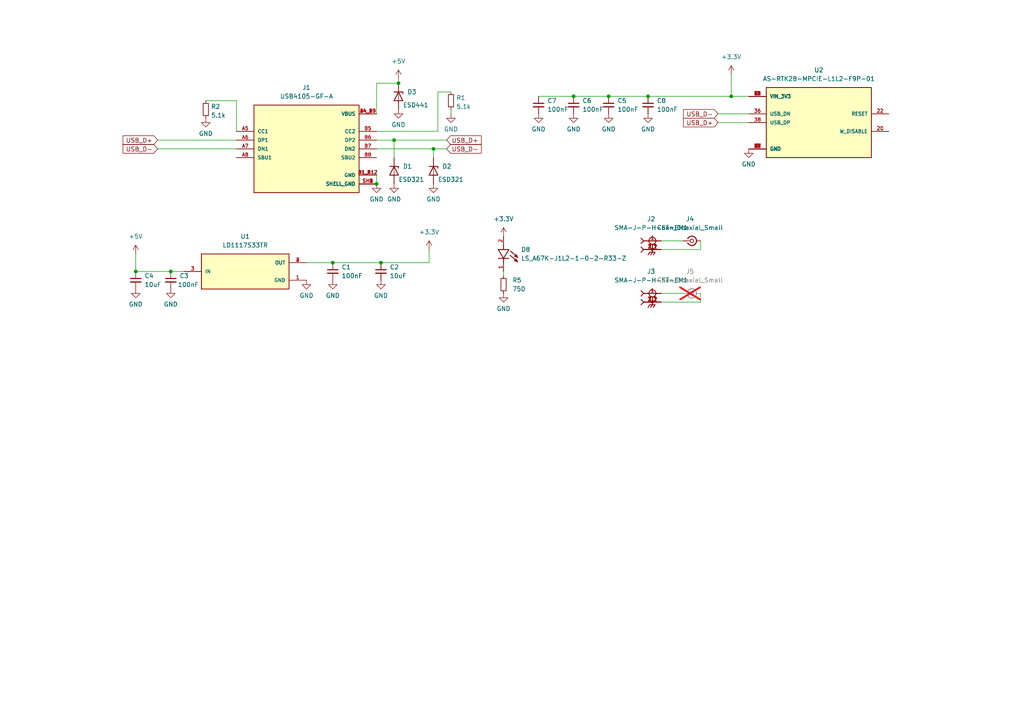
<source format=kicad_sch>
(kicad_sch (version 20250114) (generator "eeschema") (generator_version "9.0")
  (paper "A4")
  (lib_symbols
    (symbol "AS-RTK2B-MPCIE-L1L2-F9P-01:AS-RTK2B-MPCIE-L1L2-F9P-01" (pin_names (offset 1.016))
      (property "Reference" "U" (at -15.5044 10.9386 0))
      (property "Value" "AS-RTK2B-MPCIE-L1L2-F9P-01" (at -15.26 -12.7315 0))
      (symbol "AS-RTK2B-MPCIE-L1L2-F9P-01_0_0"
        (rectangle (start -15.24 -10.16) (end 15.24 10.16) (stroke (width 0.254)) (fill (type background)))
        (pin input line (at -20.32 2.54 0) (length 5.08) (name "RESET") (number "22"))
        (pin bidirectional line (at -20.32 -2.54 0) (length 5.08) (name "W_DISABLE") (number "20"))
        (pin power_in line (at 20.32 7.62 180) (length 5.08) (name "VIN_3V3") (number "2"))
        (pin power_in line (at 20.32 7.62 180) (length 5.08) (name "VIN_3V3") (number "24"))
        (pin power_in line (at 20.32 7.62 180) (length 5.08) (name "VIN_3V3") (number "39"))
        (pin power_in line (at 20.32 7.62 180) (length 5.08) (name "VIN_3V3") (number "41"))
        (pin power_in line (at 20.32 7.62 180) (length 5.08) (name "VIN_3V3") (number "52"))
        (pin bidirectional line (at 20.32 2.54 180) (length 5.08) (name "USB_DN") (number "36"))
        (pin bidirectional line (at 20.32 0 180) (length 5.08) (name "USB_DP") (number "38"))
        (pin power_in line (at 20.32 -7.62 180) (length 5.08) (name "GND") (number "15"))
        (pin power_in line (at 20.32 -7.62 180) (length 5.08) (name "GND") (number "21"))
        (pin power_in line (at 20.32 -7.62 180) (length 5.08) (name "GND") (number "27"))
        (pin power_in line (at 20.32 -7.62 180) (length 5.08) (name "GND") (number "29"))
        (pin power_in line (at 20.32 -7.62 180) (length 5.08) (name "GND") (number "35"))
        (pin power_in line (at 20.32 -7.62 180) (length 5.08) (name "GND") (number "37"))
        (pin power_in line (at 20.32 -7.62 180) (length 5.08) (name "GND") (number "43"))
        (pin power_in line (at 20.32 -7.62 180) (length 5.08) (name "GND") (number "9"))
      )
    )
    (symbol "Connector:Conn_Coaxial_Small" (pin_numbers (hide yes)) (pin_names (offset 1.016) (hide yes))
      (property "Reference" "J" (at 0.254 3.048 0))
      (property "Value" "Conn_Coaxial_Small" (at 0 -3.81 0))
      (symbol "Conn_Coaxial_Small_0_1"
        (polyline (pts (xy -2.54 0) (xy -0.508 0)))
        (circle (center 0 0) (radius 0.508) (stroke (width 0.2032)))
      )
      (symbol "Conn_Coaxial_Small_1_1"
        (arc (start 1.3484 0.0039) (mid 0.327 -1.308) (end -1.1916 -0.6311) (stroke (width 0.3048)))
        (arc (start -1.1916 0.6311) (mid 0.327 1.3081) (end 1.3484 -0.0039) (stroke (width 0.3048)))
        (pin passive line (at -2.54 0 0) (length 1.27) (name "In") (number "1"))
        (pin passive line (at 2.54 0 180) (length 1.27) (name "Ext") (number "2"))
      )
    )
    (symbol "Device:C_Small" (pin_numbers (hide yes)) (pin_names (offset 0.254) (hide yes))
      (property "Reference" "C" (at 0.254 1.778 0))
      (property "Value" "C_Small" (at 0.254 -2.032 0))
      (symbol "C_Small_0_1"
        (polyline (pts (xy -1.524 0.508) (xy 1.524 0.508)) (stroke (width 0.3048)))
        (polyline (pts (xy -1.524 -0.508) (xy 1.524 -0.508)) (stroke (width 0.3302)))
      )
      (symbol "C_Small_1_1"
        (pin passive line (at 0 2.54 270) (length 2.032) (name "~") (number "1"))
        (pin passive line (at 0 -2.54 90) (length 2.032) (name "~") (number "2"))
      )
    )
    (symbol "Device:R_Small" (pin_numbers (hide yes)) (pin_names (offset 0.254) (hide yes))
      (property "Reference" "R" (at 0.762 0.508 0))
      (property "Value" "R_Small" (at 0.762 -1.016 0))
      (symbol "R_Small_0_1"
        (rectangle (start -0.762 1.778) (end 0.762 -1.778) (stroke (width 0.2032)))
      )
      (symbol "R_Small_1_1"
        (pin passive line (at 0 2.54 270) (length 0.762) (name "~") (number "1"))
        (pin passive line (at 0 -2.54 90) (length 0.762) (name "~") (number "2"))
      )
    )
    (symbol "Diode:ESD5Zxx" (pin_numbers (hide yes)) (pin_names (hide yes))
      (property "Reference" "D" (at 0 2.54 0))
      (property "Value" "ESD5Zxx" (at 0 -2.54 0))
      (symbol "ESD5Zxx_0_1"
        (polyline (pts (xy -1.27 -1.27) (xy -1.27 1.27) (xy -0.762 1.27)) (stroke (width 0.254)))
        (polyline (pts (xy 1.27 0) (xy -1.27 0)))
        (polyline (pts (xy 1.27 -1.27) (xy 1.27 1.27) (xy -1.27 0) (xy 1.27 -1.27)) (stroke (width 0.254)))
      )
      (symbol "ESD5Zxx_1_1"
        (pin passive line (at -3.81 0 0) (length 2.54) (name "K") (number "1"))
        (pin passive line (at 3.81 0 180) (length 2.54) (name "A") (number "2"))
      )
    )
    (symbol "LD1117S33TR:LD1117S33TR" (pin_names (offset 1.016))
      (property "Reference" "U" (at -10.1695 7.6271 0))
      (property "Value" "LD1117S33TR" (at -12.7227 -7.6336 0))
      (symbol "LD1117S33TR_0_0"
        (rectangle (start -12.7 -5.08) (end 12.7 5.08) (stroke (width 0.254)) (fill (type background)))
        (pin input line (at -17.78 0 0) (length 5.08) (name "IN") (number "3"))
        (pin output line (at 17.78 2.54 180) (length 5.08) (name "OUT") (number "2"))
        (pin output line (at 17.78 2.54 180) (length 5.08) (name "OUT") (number "4"))
        (pin power_in line (at 17.78 -2.54 180) (length 5.08) (name "GND") (number "1"))
      )
    )
    (symbol "LS_A67K-J1L2-1-0-2-R33-Z:LS_A67K-J1L2-1-0-2-R33-Z" (pin_names (offset 1.016))
      (property "Reference" "D" (at -4.445 4.445 0))
      (property "Value" "LS_A67K-J1L2-1-0-2-R33-Z" (at -4.445 -3.81 0))
      (symbol "LS_A67K-J1L2-1-0-2-R33-Z_0_0"
        (polyline (pts (xy -2.54 0) (xy -1.27 0)) (stroke (width 0.254)))
        (polyline (pts (xy -1.27 1.524) (xy -1.27 0)) (stroke (width 0.254)))
        (polyline (pts (xy -1.27 0) (xy -1.27 -1.524)) (stroke (width 0.254)))
        (polyline (pts (xy -1.27 -1.524) (xy 1.27 0)) (stroke (width 0.254)))
        (polyline (pts (xy 0.127 3.683) (xy 0.6985 3.175) (xy 1.0795 4.191) (xy 0.127 3.683)) (stroke (width 0.1524)) (fill (type outline)))
        (polyline (pts (xy 0.9144 4.0386) (xy -0.8636 2.0066)) (stroke (width 0.254)))
        (polyline (pts (xy 1.27 1.524) (xy 1.27 0)) (stroke (width 0.254)))
        (polyline (pts (xy 1.27 0) (xy -1.27 1.524)) (stroke (width 0.254)))
        (polyline (pts (xy 1.27 0) (xy 1.27 -1.524)) (stroke (width 0.254)))
        (polyline (pts (xy 1.27 0) (xy 2.54 0)) (stroke (width 0.254)))
        (polyline (pts (xy 1.397 3.6195) (xy 1.9685 3.1115) (xy 2.3495 4.191) (xy 1.397 3.6195)) (stroke (width 0.1524)) (fill (type outline)))
        (polyline (pts (xy 2.159 3.937) (xy 0.381 1.905)) (stroke (width 0.254)))
        (pin passive line (at -5.08 0 0) (length 2.54) (name "~") (number "2"))
        (pin passive line (at 5.08 0 180) (length 2.54) (name "~") (number "1"))
      )
    )
    (symbol "SMA-J-P-H-ST-EM1:SMA-J-P-H-ST-EM1" (pin_names (offset 1.016))
      (property "Reference" "J" (at -3.81 4.064 0))
      (property "Value" "SMA-J-P-H-ST-EM1" (at -4.064 -4.318 0))
      (symbol "SMA-J-P-H-ST-EM1_0_0"
        (polyline (pts (xy -3.302 3.302) (xy -2.54 2.54)) (stroke (width 0.254)))
        (polyline (pts (xy -3.302 1.778) (xy -2.54 2.54)) (stroke (width 0.254)))
        (polyline (pts (xy -3.302 0.762) (xy -2.54 0)) (stroke (width 0.254)))
        (polyline (pts (xy -3.302 -0.762) (xy -2.54 0)) (stroke (width 0.254)))
        (polyline (pts (xy -2.54 2.54) (xy 2.54 2.54)) (stroke (width 0.254)))
        (polyline (pts (xy -2.54 0) (xy 0 0)) (stroke (width 0.254)))
        (polyline (pts (xy -1.016 1.524) (xy 0 1.524)) (stroke (width 0.254)))
        (polyline (pts (xy -0.762 -0.762) (xy -1.27 -1.524)) (stroke (width 0.254)))
        (circle (center 0 2.54) (radius 1.016) (stroke (width 0.254)))
        (polyline (pts (xy 0 1.524) (xy 0 0)) (stroke (width 0.254)))
        (polyline (pts (xy 0 1.524) (xy 1.016 1.524)) (stroke (width 0.254)))
        (polyline (pts (xy 0 0) (xy -2.286 0)) (stroke (width 0.254)))
        (polyline (pts (xy 0 0) (xy 0 -0.762)) (stroke (width 0.254)))
        (circle (center 0 0) (radius 0.254) (stroke (width 0.254)))
        (polyline (pts (xy 0 -0.762) (xy -0.762 -0.762)) (stroke (width 0.254)))
        (polyline (pts (xy 0 -0.762) (xy -0.508 -1.524)) (stroke (width 0.254)))
        (polyline (pts (xy 0 -0.762) (xy 0.762 -0.762)) (stroke (width 0.254)))
        (polyline (pts (xy 0.762 -0.762) (xy 0.254 -1.524)) (stroke (width 0.254)))
        (polyline (pts (xy 2.54 0) (xy 0 0)) (stroke (width 0.254)))
        (pin passive line (at 2.54 2.54 180) (length 5.08) (name "~") (number "1"))
        (pin passive line (at 2.54 0 180) (length 5.08) (name "~") (number "2_1"))
        (pin passive line (at 2.54 0 180) (length 5.08) (name "~") (number "2_2"))
        (pin passive line (at 2.54 0 180) (length 5.08) (name "~") (number "3_1"))
        (pin passive line (at 2.54 0 180) (length 5.08) (name "~") (number "3_2"))
      )
    )
    (symbol "USB4105-GF-A:USB4105-GF-A" (pin_names (offset 1.016))
      (property "Reference" "J" (at -15.24 13.97 0))
      (property "Value" "USB4105-GF-A" (at -15.24 -15.24 0))
      (symbol "USB4105-GF-A_0_0"
        (rectangle (start -15.24 -12.7) (end 15.24 12.7) (stroke (width 0.254)) (fill (type background)))
        (pin bidirectional line (at -20.32 5.08 0) (length 5.08) (name "CC1") (number "A5"))
        (pin bidirectional line (at -20.32 2.54 0) (length 5.08) (name "DP1") (number "A6"))
        (pin bidirectional line (at -20.32 0 0) (length 5.08) (name "DN1") (number "A7"))
        (pin bidirectional line (at -20.32 -2.54 0) (length 5.08) (name "SBU1") (number "A8"))
        (pin power_in line (at 20.32 10.16 180) (length 5.08) (name "VBUS") (number "A4_B9"))
        (pin power_in line (at 20.32 10.16 180) (length 5.08) (name "VBUS") (number "B4_A9"))
        (pin bidirectional line (at 20.32 5.08 180) (length 5.08) (name "CC2") (number "B5"))
        (pin bidirectional line (at 20.32 2.54 180) (length 5.08) (name "DP2") (number "B6"))
        (pin bidirectional line (at 20.32 0 180) (length 5.08) (name "DN2") (number "B7"))
        (pin bidirectional line (at 20.32 -2.54 180) (length 5.08) (name "SBU2") (number "B8"))
        (pin power_in line (at 20.32 -7.62 180) (length 5.08) (name "GND") (number "A1_B12"))
        (pin power_in line (at 20.32 -7.62 180) (length 5.08) (name "GND") (number "B1_A12"))
        (pin power_in line (at 20.32 -10.16 180) (length 5.08) (name "SHELL_GND") (number "SH1"))
        (pin power_in line (at 20.32 -10.16 180) (length 5.08) (name "SHELL_GND") (number "SH2"))
        (pin power_in line (at 20.32 -10.16 180) (length 5.08) (name "SHELL_GND") (number "SH3"))
        (pin power_in line (at 20.32 -10.16 180) (length 5.08) (name "SHELL_GND") (number "SH4"))
      )
    )
    (symbol "power:+3.3V" (power) (pin_names (offset 0))
      (property "Value" "+3.3V" (at 0 3.556 0))
      (symbol "+3.3V_0_1"
        (polyline (pts (xy -0.762 1.27) (xy 0 2.54)))
        (polyline (pts (xy 0 2.54) (xy 0.762 1.27)))
        (polyline (pts (xy 0 0) (xy 0 2.54)))
      )
      (symbol "+3.3V_1_1"
        (pin power_in line (at 0 0 90) (length 0) (hide yes) (name "+3.3V") (number "1"))
      )
    )
    (symbol "power:+5V" (power) (pin_names (offset 0))
      (property "Value" "+5V" (at 0 3.556 0))
      (symbol "+5V_0_1"
        (polyline (pts (xy -0.762 1.27) (xy 0 2.54)))
        (polyline (pts (xy 0 2.54) (xy 0.762 1.27)))
        (polyline (pts (xy 0 0) (xy 0 2.54)))
      )
      (symbol "+5V_1_1"
        (pin power_in line (at 0 0 90) (length 0) (hide yes) (name "+5V") (number "1"))
      )
    )
    (symbol "power:GND" (power) (pin_names (offset 0))
      (property "Value" "GND" (at 0 -3.81 0))
      (symbol "GND_0_1"
        (polyline (pts (xy 0 0) (xy 0 -1.27) (xy 1.27 -1.27) (xy 0 -2.54) (xy -1.27 -1.27) (xy 0 -1.27)))
      )
      (symbol "GND_1_1"
        (pin power_in line (at 0 0 270) (length 0) (hide yes) (name "GND") (number "1"))
      )
    )
  )
  (junction (at 115.57 24.13))
  (junction (at 49.53 78.74))
  (junction (at 176.53 27.94))
  (junction (at 96.52 76.2))
  (junction (at 110.49 76.2))
  (junction (at 187.96 27.94))
  (junction (at 39.37 78.74))
  (junction (at 109.22 53.34))
  (junction (at 212.09 27.94))
  (junction (at 166.37 27.94))
  (junction (at 114.3 40.64))
  (junction (at 125.73 43.18))
  (wire (pts (xy 127 26.67) (xy 127 38.1)))
  (wire (pts (xy 114.3 40.64) (xy 129.54 40.64)))
  (wire (pts (xy 208.28 35.56) (xy 217.17 35.56)))
  (wire (pts (xy 88.9 76.2) (xy 96.52 76.2)))
  (wire (pts (xy 212.09 27.94) (xy 187.96 27.94)))
  (wire (pts (xy 212.09 21.59) (xy 212.09 27.94)))
  (wire (pts (xy 191.77 69.85) (xy 198.12 69.85)))
  (wire (pts (xy 45.72 43.18) (xy 68.58 43.18)))
  (wire (pts (xy 109.22 43.18) (xy 125.73 43.18)))
  (wire (pts (xy 96.52 76.2) (xy 110.49 76.2)))
  (wire (pts (xy 114.3 40.64) (xy 114.3 45.72)))
  (wire (pts (xy 127 38.1) (xy 109.22 38.1)))
  (wire (pts (xy 203.2 87.63) (xy 203.2 85.09)))
  (wire (pts (xy 146.05 78.74) (xy 146.05 80.01)))
  (wire (pts (xy 208.28 33.02) (xy 217.17 33.02)))
  (wire (pts (xy 191.77 87.63) (xy 203.2 87.63)))
  (wire (pts (xy 39.37 78.74) (xy 49.53 78.74)))
  (wire (pts (xy 130.81 31.75) (xy 130.81 33.02)))
  (wire (pts (xy 110.49 76.2) (xy 124.46 76.2)))
  (wire (pts (xy 68.58 29.21) (xy 68.58 38.1)))
  (wire (pts (xy 115.57 24.13) (xy 115.57 22.86)))
  (wire (pts (xy 217.17 27.94) (xy 212.09 27.94)))
  (wire (pts (xy 109.22 40.64) (xy 114.3 40.64)))
  (wire (pts (xy 109.22 24.13) (xy 109.22 33.02)))
  (wire (pts (xy 59.69 29.21) (xy 68.58 29.21)))
  (wire (pts (xy 166.37 27.94) (xy 176.53 27.94)))
  (wire (pts (xy 191.77 72.39) (xy 203.2 72.39)))
  (wire (pts (xy 130.81 26.67) (xy 127 26.67)))
  (wire (pts (xy 191.77 85.09) (xy 198.12 85.09)))
  (wire (pts (xy 39.37 73.66) (xy 39.37 78.74)))
  (wire (pts (xy 203.2 72.39) (xy 203.2 69.85)))
  (wire (pts (xy 187.96 27.94) (xy 176.53 27.94)))
  (wire (pts (xy 109.22 50.8) (xy 109.22 53.34)))
  (wire (pts (xy 166.37 27.94) (xy 156.21 27.94)))
  (wire (pts (xy 125.73 43.18) (xy 125.73 45.72)))
  (wire (pts (xy 109.22 24.13) (xy 115.57 24.13)))
  (wire (pts (xy 124.46 72.39) (xy 124.46 76.2)))
  (wire (pts (xy 49.53 78.74) (xy 53.34 78.74)))
  (wire (pts (xy 45.72 40.64) (xy 68.58 40.64)))
  (wire (pts (xy 125.73 43.18) (xy 129.54 43.18)))
  (global_label "USB_D-" (shape input) (at 129.54 43.18 0) (property "Intersheetrefs" "${INTERSHEET_REFS}" (effects (hide yes))))
  (global_label "USB_D-" (shape input) (at 208.28 33.02 180) (property "Intersheetrefs" "${INTERSHEET_REFS}" (effects (hide yes))))
  (global_label "USB_D-" (shape input) (at 45.72 43.18 180) (property "Intersheetrefs" "${INTERSHEET_REFS}" (effects (hide yes))))
  (global_label "USB_D+" (shape input) (at 129.54 40.64 0) (property "Intersheetrefs" "${INTERSHEET_REFS}" (effects (hide yes))))
  (global_label "USB_D+" (shape input) (at 45.72 40.64 180) (property "Intersheetrefs" "${INTERSHEET_REFS}" (effects (hide yes))))
  (global_label "USB_D+" (shape input) (at 208.28 35.56 180) (property "Intersheetrefs" "${INTERSHEET_REFS}" (effects (hide yes))))
  (symbol (lib_id "AS-RTK2B-MPCIE-L1L2-F9P-01:AS-RTK2B-MPCIE-L1L2-F9P-01") (at 237.49 35.56 0) (mirror y) (unit 1)
    (property "Reference" "U2" (at 237.49 20.32 0))
    (property "Value" "AS-RTK2B-MPCIE-L1L2-F9P-01" (at 237.49 22.86 0))
    (property "Footprint" "AS-RTK2B-MPCIE-L1L2-F9P-01:MODULE_AS-RTK2B-MPCIE-L1L2-F9P-01" (effects (hide yes)))
    (property "Description" "\n                        \n                            u-blox ZED-F9P series GNSS (Beidou, Galileo, GLONASS, GPS) dual band Evaluation Board ArduSimple GPS RTK simpleRTK2B mPCIe L1+L2 multi-band receiver, compatible with MiniPCIe half-size and full-size sockets delivering centimeter accuracy - Option:\n                        \n" (effects (hide yes)))
    (property "MF" "ArduSimple" (effects (hide yes)))
    (property "MAXIMUM_PACKAGE_HEIGHT" "4 mm" (effects (hide yes)))
    (property "Package" "None" (effects (hide yes)))
    (property "Price" "None" (effects (hide yes)))
    (property "Check_prices" "https://www.snapeda.com/parts/AS-RTK2B-MPCIE-L1L2-F9P-01/ArduSimple/view-part/?ref=eda" (effects (hide yes)))
    (property "STANDARD" "Manufacturer Recommendations" (effects (hide yes)))
    (property "PARTREV" "D" (effects (hide yes)))
    (property "SnapEDA_Link" "https://www.snapeda.com/parts/AS-RTK2B-MPCIE-L1L2-F9P-01/ArduSimple/view-part/?ref=snap" (effects (hide yes)))
    (property "MP" "AS-RTK2B-MPCIE-L1L2-F9P-01" (effects (hide yes)))
    (property "Availability" "Not in stock" (effects (hide yes)))
    (property "MANUFACTURER" "ArduSimple" (effects (hide yes)))
  )
  (symbol (lib_id "Diode:ESD5Zxx") (at 125.73 49.53 270) (unit 1)
    (property "Reference" "D2" (at 128.27 48.26 90) (effects (justify left)))
    (property "Value" "ESD321" (at 127 52.07 90) (effects (justify left)))
    (property "Footprint" "Diode_SMD:D_SOD-523" (effects (hide yes)))
    (property "Datasheet" "https://www.onsemi.com/pdf/datasheet/esd5z2.5t1-d.pdf" (effects (hide yes)))
  )
  (symbol (lib_id "power:GND") (at 146.05 85.09 0) (unit 1)
    (property "Reference" "#PWR016" (effects (hide yes)))
    (property "Value" "GND" (at 146.05 89.5334 0))
  )
  (symbol (lib_id "power:GND") (at 176.53 33.02 0) (unit 1)
    (property "Reference" "#PWR014" (effects (hide yes)))
    (property "Value" "GND" (at 176.53 37.4634 0))
  )
  (symbol (lib_id "LS_A67K-J1L2-1-0-2-R33-Z:LS_A67K-J1L2-1-0-2-R33-Z") (at 146.05 73.66 270) (unit 1)
    (property "Reference" "D8" (at 151.13 72.39 90) (effects (justify left)))
    (property "Value" "LS_A67K-J1L2-1-0-2-R33-Z" (at 151.13 74.93 90) (effects (justify left)))
    (property "Footprint" "LS_A67K-J1L2-1-0-2-R33-Z:LED_LS_A67K-J1L2-1-0-2-R33-Z" (effects (hide yes)))
    (property "Description" "\n                        \n                            Red 630nm LED Indication - Discrete 1.8V 2-SMD, Boomerang\n                        \n" (effects (hide yes)))
    (property "MF" "OSRAM Opto Semiconductors" (effects (hide yes)))
    (property "MAXIMUM_PACKAGE_HEIGHT" "4.20mm" (effects (hide yes)))
    (property "CREATOR" "NEZY" (effects (hide yes)))
    (property "Price" "None" (effects (hide yes)))
    (property "Package" "None" (effects (hide yes)))
    (property "Check_prices" "https://www.snapeda.com/parts/LS%20A67K-J1L2-1-0-2-R33-Z/OSRAM/view-part/?ref=eda" (effects (hide yes)))
    (property "STANDARD" "Manufacturer Recommendations" (effects (hide yes)))
    (property "PARTREV" "1.5" (effects (hide yes)))
    (property "SnapEDA_Link" "https://www.snapeda.com/parts/LS%20A67K-J1L2-1-0-2-R33-Z/OSRAM/view-part/?ref=snap" (effects (hide yes)))
    (property "MP" "LS A67K-J1L2-1-0-2-R33-Z" (effects (hide yes)))
    (property "Availability" "In Stock" (effects (hide yes)))
    (property "MANUFACTURER" "OSRAM" (effects (hide yes)))
  )
  (symbol (lib_id "Device:R_Small") (at 59.69 31.75 0) (unit 1)
    (property "Reference" "R2" (at 61.1886 30.9153 0) (effects (justify left)))
    (property "Value" "5.1k" (at 61.1886 33.4522 0) (effects (justify left)))
    (property "Footprint" "Resistor_SMD:R_0805_2012Metric" (effects (hide yes)))
  )
  (symbol (lib_id "power:GND") (at 217.17 43.18 0) (mirror y) (unit 1)
    (property "Reference" "#PWR023" (effects (hide yes)))
    (property "Value" "GND" (at 217.17 47.6234 0))
  )
  (symbol (lib_id "power:GND") (at 39.37 83.82 0) (unit 1)
    (property "Reference" "#PWR013" (effects (hide yes)))
    (property "Value" "GND" (at 39.37 88.2634 0))
  )
  (symbol (lib_id "power:GND") (at 109.22 53.34 0) (unit 1)
    (property "Reference" "#PWR01" (effects (hide yes)))
    (property "Value" "GND" (at 109.22 57.7834 0))
  )
  (symbol (lib_id "power:+5V") (at 39.37 73.66 0) (unit 1)
    (property "Reference" "#PWR02" (effects (hide yes)))
    (property "Value" "+5V" (at 39.37 68.58 0))
  )
  (symbol (lib_id "power:GND") (at 114.3 53.34 0) (unit 1)
    (property "Reference" "#PWR019" (effects (hide yes)))
    (property "Value" "GND" (at 114.3 57.7834 0))
  )
  (symbol (lib_id "power:+3.3V") (at 146.05 68.58 0) (unit 1)
    (property "Reference" "#PWR011" (effects (hide yes)))
    (property "Value" "+3.3V" (at 146.05 63.5 0))
  )
  (symbol (lib_id "Device:R_Small") (at 146.05 82.55 0) (unit 1)
    (property "Reference" "R5" (at 148.59 81.28 0) (effects (justify left)))
    (property "Value" "750" (at 148.59 83.82 0) (effects (justify left)))
    (property "Footprint" "Resistor_SMD:R_0805_2012Metric" (effects (hide yes)))
  )
  (symbol (lib_id "Device:C_Small") (at 39.37 81.28 0) (unit 1)
    (property "Reference" "C4" (at 41.91 80.0163 0) (effects (justify left)))
    (property "Value" "10uF" (at 41.91 82.5563 0) (effects (justify left)))
    (property "Footprint" "Capacitor_SMD:C_0805_2012Metric" (effects (hide yes)))
  )
  (symbol (lib_id "power:GND") (at 49.53 83.82 0) (unit 1)
    (property "Reference" "#PWR012" (effects (hide yes)))
    (property "Value" "GND" (at 49.53 88.2634 0))
  )
  (symbol (lib_id "power:GND") (at 88.9 81.28 0) (unit 1)
    (property "Reference" "#PWR03" (effects (hide yes)))
    (property "Value" "GND" (at 88.9 85.7234 0))
  )
  (symbol (lib_id "power:GND") (at 59.69 34.29 0) (unit 1)
    (property "Reference" "#PWR010" (effects (hide yes)))
    (property "Value" "GND" (at 59.69 38.7334 0))
  )
  (symbol (lib_id "power:+5V") (at 115.57 22.86 0) (unit 1)
    (property "Reference" "#PWR08" (effects (hide yes)))
    (property "Value" "+5V" (at 115.57 17.78 0))
  )
  (symbol (lib_id "Device:R_Small") (at 130.81 29.21 0) (unit 1)
    (property "Reference" "R1" (at 132.3086 28.3753 0) (effects (justify left)))
    (property "Value" "5.1k" (at 132.3086 30.9122 0) (effects (justify left)))
    (property "Footprint" "Resistor_SMD:R_0805_2012Metric" (effects (hide yes)))
  )
  (symbol (lib_id "power:GND") (at 110.49 81.28 0) (unit 1)
    (property "Reference" "#PWR05" (effects (hide yes)))
    (property "Value" "GND" (at 110.49 85.7234 0))
  )
  (symbol (lib_id "Diode:ESD5Zxx") (at 114.3 49.53 270) (unit 1)
    (property "Reference" "D1" (at 116.84 48.26 90) (effects (justify left)))
    (property "Value" "ESD321" (at 115.57 52.07 90) (effects (justify left)))
    (property "Footprint" "Diode_SMD:D_SOD-523" (effects (hide yes)))
    (property "Datasheet" "https://www.onsemi.com/pdf/datasheet/esd5z2.5t1-d.pdf" (effects (hide yes)))
  )
  (symbol (lib_id "power:+3.3V") (at 212.09 21.59 0) (mirror y) (unit 1)
    (property "Reference" "#PWR07" (effects (hide yes)))
    (property "Value" "+3.3V" (at 212.09 16.51 0))
  )
  (symbol (lib_id "power:GND") (at 125.73 53.34 0) (unit 1)
    (property "Reference" "#PWR020" (effects (hide yes)))
    (property "Value" "GND" (at 125.73 57.7834 0))
  )
  (symbol (lib_id "Device:C_Small") (at 110.49 78.74 0) (unit 1)
    (property "Reference" "C2" (at 113.03 77.4763 0) (effects (justify left)))
    (property "Value" "10uF" (at 113.03 80.0163 0) (effects (justify left)))
    (property "Footprint" "Capacitor_SMD:C_0805_2012Metric" (effects (hide yes)))
  )
  (symbol (lib_id "Device:C_Small") (at 156.21 30.48 0) (unit 1)
    (property "Reference" "C7" (at 158.75 29.2163 0) (effects (justify left)))
    (property "Value" "100nF" (at 158.75 31.7563 0) (effects (justify left)))
    (property "Footprint" "Capacitor_SMD:C_0805_2012Metric" (effects (hide yes)))
  )
  (symbol (lib_id "power:GND") (at 187.96 33.02 0) (unit 1)
    (property "Reference" "#PWR018" (effects (hide yes)))
    (property "Value" "GND" (at 187.96 37.4634 0))
  )
  (symbol (lib_id "power:GND") (at 130.81 33.02 0) (unit 1)
    (property "Reference" "#PWR09" (effects (hide yes)))
    (property "Value" "GND" (at 130.81 37.4634 0))
  )
  (symbol (lib_id "LD1117S33TR:LD1117S33TR") (at 71.12 78.74 0) (unit 1)
    (property "Reference" "U1" (at 71.12 68.58 0))
    (property "Value" "LD1117S33TR" (at 71.12 71.12 0))
    (property "Footprint" "LD1117S33TR:SOT230P700X180-4N" (effects (hide yes)))
    (property "Description" "\n                        \n                            Linear Voltage Regulator IC Positive Fixed 1 Output  800mA SOT-223\n                        \n" (effects (hide yes)))
    (property "MF" "STMicroelectronics" (effects (hide yes)))
    (property "Package" "TO-261-4 STMicroelectronics" (effects (hide yes)))
    (property "Price" "None" (effects (hide yes)))
    (property "Check_prices" "https://www.snapeda.com/parts/LD1117S33TR/STMicroelectronics/view-part/?ref=eda" (effects (hide yes)))
    (property "SnapEDA_Link" "https://www.snapeda.com/parts/LD1117S33TR/STMicroelectronics/view-part/?ref=snap" (effects (hide yes)))
    (property "MP" "LD1117S33TR" (effects (hide yes)))
    (property "Availability" "In Stock" (effects (hide yes)))
    (property "MANUFACTURER" "ST Microelectronics" (effects (hide yes)))
  )
  (symbol (lib_id "Device:C_Small") (at 176.53 30.48 0) (unit 1)
    (property "Reference" "C5" (at 179.07 29.2163 0) (effects (justify left)))
    (property "Value" "100nF" (at 179.07 31.7563 0) (effects (justify left)))
    (property "Footprint" "Capacitor_SMD:C_0805_2012Metric" (effects (hide yes)))
  )
  (symbol (lib_id "Diode:ESD5Zxx") (at 115.57 27.94 270) (unit 1)
    (property "Reference" "D3" (at 118.11 26.67 90) (effects (justify left)))
    (property "Value" "ESD441" (at 116.84 30.48 90) (effects (justify left)))
    (property "Footprint" "Diode_SMD:D_SOD-523" (effects (hide yes)))
    (property "Datasheet" "https://www.onsemi.com/pdf/datasheet/esd5z2.5t1-d.pdf" (effects (hide yes)))
  )
  (symbol (lib_id "power:GND") (at 156.21 33.02 0) (unit 1)
    (property "Reference" "#PWR017" (effects (hide yes)))
    (property "Value" "GND" (at 156.21 37.4634 0))
  )
  (symbol (lib_id "SMA-J-P-H-ST-EM1:SMA-J-P-H-ST-EM1") (at 189.23 87.63 0) (unit 1)
    (property "Reference" "J3" (at 188.849 78.74 0))
    (property "Value" "SMA-J-P-H-ST-EM1" (at 188.849 81.28 0))
    (property "Footprint" "SMA-J-P-H-ST-EM1:SAMTEC_SMA-J-P-H-ST-EM1" (effects (hide yes)))
    (property "Description" "\n                        \n                            SMA Connector Jack, Female Socket 50 Ohms Board Edge, End Launch Solder\n                        \n" (effects (hide yes)))
    (property "MF" "Samtec" (effects (hide yes)))
    (property "MAXIMUM_PACKAGE_HEIGHT" "3.675mm" (effects (hide yes)))
    (property "Package" "None" (effects (hide yes)))
    (property "Price" "None" (effects (hide yes)))
    (property "Check_prices" "https://www.snapeda.com/parts/SMA-J-P-H-ST-EM1/Samtec+Inc./view-part/?ref=eda" (effects (hide yes)))
    (property "STANDARD" "Manufacturer Recommendations" (effects (hide yes)))
    (property "PARTREV" "G" (effects (hide yes)))
    (property "SnapEDA_Link" "https://www.snapeda.com/parts/SMA-J-P-H-ST-EM1/Samtec+Inc./view-part/?ref=snap" (effects (hide yes)))
    (property "MP" "SMA-J-P-H-ST-EM1" (effects (hide yes)))
    (property "Availability" "In Stock" (effects (hide yes)))
    (property "MANUFACTURER" "Samtec" (effects (hide yes)))
  )
  (symbol (lib_id "power:GND") (at 115.57 31.75 0) (unit 1)
    (property "Reference" "#PWR021" (effects (hide yes)))
    (property "Value" "GND" (at 115.57 36.1934 0))
  )
  (symbol (lib_id "Device:C_Small") (at 166.37 30.48 0) (unit 1)
    (property "Reference" "C6" (at 168.91 29.21 0) (effects (justify left)))
    (property "Value" "100nF" (at 168.91 31.75 0) (effects (justify left)))
    (property "Footprint" "Capacitor_SMD:C_0805_2012Metric" (effects (hide yes)))
  )
  (symbol (lib_id "Connector:Conn_Coaxial_Small") (at 200.66 69.85 0) (unit 1)
    (property "Reference" "J4" (at 200.1404 63.5 0))
    (property "Value" "Conn_Coaxial_Small" (at 200.1404 66.04 0))
    (property "Footprint" "Connector_Coaxial:U.FL_Hirose_U.FL-R-SMT-1_Vertical" (effects (hide yes)))
    (property "Datasheet" " ~" (effects (hide yes)))
  )
  (symbol (lib_id "SMA-J-P-H-ST-EM1:SMA-J-P-H-ST-EM1") (at 189.23 72.39 0) (unit 1)
    (property "Reference" "J2" (at 188.849 63.5 0))
    (property "Value" "SMA-J-P-H-ST-EM1" (at 188.849 66.04 0))
    (property "Footprint" "SMA-J-P-H-ST-EM1:SAMTEC_SMA-J-P-H-ST-EM1" (effects (hide yes)))
    (property "Description" "\n                        \n                            SMA Connector Jack, Female Socket 50 Ohms Board Edge, End Launch Solder\n                        \n" (effects (hide yes)))
    (property "MF" "Samtec" (effects (hide yes)))
    (property "MAXIMUM_PACKAGE_HEIGHT" "3.675mm" (effects (hide yes)))
    (property "Package" "None" (effects (hide yes)))
    (property "Price" "None" (effects (hide yes)))
    (property "Check_prices" "https://www.snapeda.com/parts/SMA-J-P-H-ST-EM1/Samtec+Inc./view-part/?ref=eda" (effects (hide yes)))
    (property "STANDARD" "Manufacturer Recommendations" (effects (hide yes)))
    (property "PARTREV" "G" (effects (hide yes)))
    (property "SnapEDA_Link" "https://www.snapeda.com/parts/SMA-J-P-H-ST-EM1/Samtec+Inc./view-part/?ref=snap" (effects (hide yes)))
    (property "MP" "SMA-J-P-H-ST-EM1" (effects (hide yes)))
    (property "Availability" "In Stock" (effects (hide yes)))
    (property "MANUFACTURER" "Samtec" (effects (hide yes)))
  )
  (symbol (lib_id "power:GND") (at 96.52 81.28 0) (unit 1)
    (property "Reference" "#PWR04" (effects (hide yes)))
    (property "Value" "GND" (at 96.52 85.7234 0))
  )
  (symbol (lib_id "Connector:Conn_Coaxial_Small") (at 200.66 85.09 0) (unit 1) (dnp yes)
    (property "Reference" "J5" (at 200.1404 78.74 0))
    (property "Value" "Conn_Coaxial_Small" (at 200.1404 81.28 0))
    (property "Footprint" "Connector_Coaxial:U.FL_Hirose_U.FL-R-SMT-1_Vertical" (effects (hide yes)))
  )
  (symbol (lib_id "Device:C_Small") (at 187.96 30.48 0) (unit 1)
    (property "Reference" "C8" (at 190.5 29.2163 0) (effects (justify left)))
    (property "Value" "100nF" (at 190.5 31.7563 0) (effects (justify left)))
    (property "Footprint" "Capacitor_SMD:C_0805_2012Metric" (effects (hide yes)))
  )
  (symbol (lib_id "Device:C_Small") (at 49.53 81.28 0) (unit 1)
    (property "Reference" "C3" (at 52.07 80.01 0) (effects (justify left)))
    (property "Value" "100nF" (at 51.562 82.55 0) (effects (justify left)))
    (property "Footprint" "Capacitor_SMD:C_0805_2012Metric" (effects (hide yes)))
  )
  (symbol (lib_id "power:+3.3V") (at 124.46 72.39 0) (unit 1)
    (property "Reference" "#PWR06" (effects (hide yes)))
    (property "Value" "+3.3V" (at 124.46 67.31 0))
  )
  (symbol (lib_id "power:GND") (at 166.37 33.02 0) (unit 1)
    (property "Reference" "#PWR015" (effects (hide yes)))
    (property "Value" "GND" (at 166.37 37.4634 0))
  )
  (symbol (lib_id "USB4105-GF-A:USB4105-GF-A") (at 88.9 43.18 0) (unit 1)
    (property "Reference" "J1" (at 88.9 25.4 0))
    (property "Value" "USB4105-GF-A" (at 88.9 27.94 0))
    (property "Footprint" "USB4105-GF-A:GCT_USB4105-GF-A" (effects (hide yes)))
    (property "Description" "\n                        \n                            USB-C (USB TYPE-C) USB 2.0 Receptacle Connector 24 (16+8 Dummy) Position Surface Mount, Right Angle; Through Hole\n                        \n" (effects (hide yes)))
    (property "MF" "Global Connector Technology" (effects (hide yes)))
    (property "MAXIMUM_PACKAGE_HEIGHT" "3.31 mm" (effects (hide yes)))
    (property "Package" "None" (effects (hide yes)))
    (property "Price" "None" (effects (hide yes)))
    (property "Check_prices" "https://www.snapeda.com/parts/USB4105GFA/Global+Connector+Technology/view-part/?ref=eda" (effects (hide yes)))
    (property "STANDARD" "Manufacturer Recommendations" (effects (hide yes)))
    (property "PARTREV" "B4" (effects (hide yes)))
    (property "SnapEDA_Link" "https://www.snapeda.com/parts/USB4105GFA/Global+Connector+Technology/view-part/?ref=snap" (effects (hide yes)))
    (property "MP" "USB4105GFA" (effects (hide yes)))
    (property "Availability" "In Stock" (effects (hide yes)))
    (property "MANUFACTURER" "GCT" (effects (hide yes)))
  )
  (symbol (lib_id "Device:C_Small") (at 96.52 78.74 0) (unit 1)
    (property "Reference" "C1" (at 99.06 77.4763 0) (effects (justify left)))
    (property "Value" "100nF" (at 99.06 80.0163 0) (effects (justify left)))
    (property "Footprint" "Capacitor_SMD:C_0805_2012Metric" (effects (hide yes)))
  )
)
</source>
